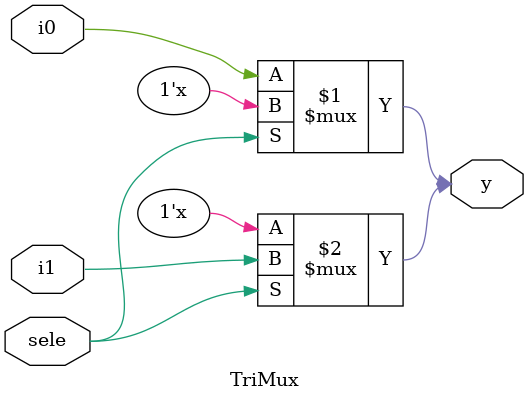
<source format=v>
`timescale 1ns/100ps
module TriMux(i0,i1,sele,y);
	input i0,i1,sele;
	output y;
	wire sele_;
		not #5 g0(sele_,sele);
		bufif1 #4
		g1(y,i0,sele_),
		g2(y,i1,sele);
endmodule

</source>
